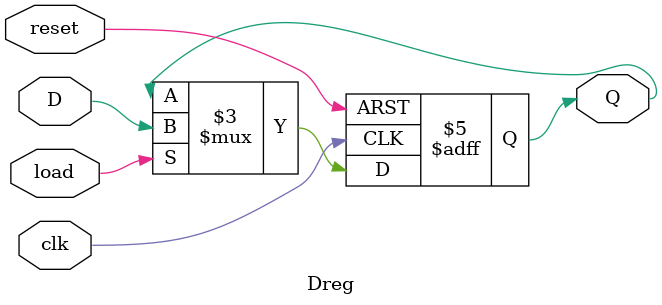
<source format=sv>
module Dreg (input logic clk, reset, load, D,
            output logic Q);
  always_ff @(posedge clk or posedge reset)
	begin 
		if(reset)
			Q <= 1'b0;
		else if (load)
			Q <= D;
		else 
			Q <= Q;
	end
endmodule 
</source>
